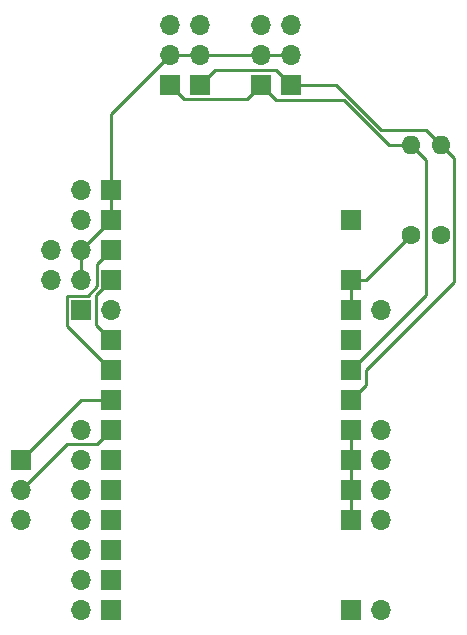
<source format=gbr>
%TF.GenerationSoftware,KiCad,Pcbnew,(6.0.5)*%
%TF.CreationDate,2022-06-01T19:50:55+01:00*%
%TF.ProjectId,OOEB-OBBB-PROJ-ARDC-SHEN-STAN-01,4f4f4542-2d4f-4424-9242-2d50524f4a2d,rev?*%
%TF.SameCoordinates,Original*%
%TF.FileFunction,Copper,L1,Top*%
%TF.FilePolarity,Positive*%
%FSLAX46Y46*%
G04 Gerber Fmt 4.6, Leading zero omitted, Abs format (unit mm)*
G04 Created by KiCad (PCBNEW (6.0.5)) date 2022-06-01 19:50:55*
%MOMM*%
%LPD*%
G01*
G04 APERTURE LIST*
%TA.AperFunction,ComponentPad*%
%ADD10R,1.700000X1.700000*%
%TD*%
%TA.AperFunction,ComponentPad*%
%ADD11C,1.600000*%
%TD*%
%TA.AperFunction,ComponentPad*%
%ADD12O,1.600000X1.600000*%
%TD*%
%TA.AperFunction,ComponentPad*%
%ADD13O,1.700000X1.700000*%
%TD*%
%TA.AperFunction,Conductor*%
%ADD14C,0.250000*%
%TD*%
G04 APERTURE END LIST*
D10*
%TO.P,5V1,1,Pin_1*%
%TO.N,+5V*%
X10160000Y3160000D03*
%TD*%
D11*
%TO.P,RSDA1,1*%
%TO.N,+5V*%
X17780000Y6970000D03*
D12*
%TO.P,RSDA1,2*%
%TO.N,Net-(A4-SDA1-Pad1)*%
X17780000Y14590000D03*
%TD*%
%TO.P,RSCL1,2*%
%TO.N,Net-(A5-SCL1-Pad1)*%
X15240000Y14590000D03*
D11*
%TO.P,RSCL1,1*%
%TO.N,+5V*%
X15240000Y6970000D03*
%TD*%
D13*
%TO.P,TX1,2,Pin_2*%
%TO.N,GND*%
X-12700000Y10780000D03*
D10*
%TO.P,TX1,1,Pin_1*%
%TO.N,+5V*%
X-10160000Y10780000D03*
%TD*%
%TO.P,SDA1,1,Pin_1*%
%TO.N,Net-(A4-SDA1-Pad1)*%
X-2635489Y19670000D03*
D13*
%TO.P,SDA1,2,Pin_2*%
%TO.N,+5V*%
X-2635489Y22210000D03*
%TO.P,SDA1,3,Pin_3*%
%TO.N,GND*%
X-2635489Y24750000D03*
%TD*%
D10*
%TO.P,SDA0,1,Pin_1*%
%TO.N,Net-(A4-SDA1-Pad1)*%
X5080000Y19670000D03*
D13*
%TO.P,SDA0,2,Pin_2*%
%TO.N,+5V*%
X5080000Y22210000D03*
%TO.P,SDA0,3,Pin_3*%
%TO.N,GND*%
X5080000Y24750000D03*
%TD*%
D10*
%TO.P,I2C0,1,Pin_1*%
%TO.N,Net-(A5-SCL1-Pad1)*%
X-5175489Y19670000D03*
D13*
%TO.P,I2C0,2,Pin_2*%
%TO.N,+5V*%
X-5175489Y22210000D03*
%TO.P,I2C0,3,Pin_3*%
%TO.N,GND*%
X-5175489Y24750000D03*
%TD*%
D10*
%TO.P,I2C1,1,Pin_1*%
%TO.N,Net-(A5-SCL1-Pad1)*%
X2540000Y19670000D03*
D13*
%TO.P,I2C1,2,Pin_2*%
%TO.N,+5V*%
X2540000Y22210000D03*
%TO.P,I2C1,3,Pin_3*%
%TO.N,GND*%
X2540000Y24750000D03*
%TD*%
D10*
%TO.P,RX0,1,Pin_1*%
%TO.N,+5V*%
X-10160000Y8240000D03*
D13*
%TO.P,RX0,2,Pin_2*%
%TO.N,GND*%
X-12700000Y8240000D03*
%TD*%
D10*
%TO.P,GND1,1,Pin_1*%
%TO.N,GND*%
X10160000Y8240000D03*
%TD*%
%TO.P,D13,1,Pin_1*%
%TO.N,+5V*%
X10160000Y-24780000D03*
D13*
%TO.P,D13,2,Pin_2*%
%TO.N,GND*%
X12700000Y-24780000D03*
%TD*%
%TO.P,D12,2,Pin_2*%
%TO.N,GND*%
X-12700000Y-24780000D03*
D10*
%TO.P,D12,1,Pin_1*%
%TO.N,+5V*%
X-10160000Y-24780000D03*
%TD*%
D13*
%TO.P,D11,2,Pin_2*%
%TO.N,GND*%
X-12700000Y-22240000D03*
D10*
%TO.P,D11,1,Pin_1*%
%TO.N,+5V*%
X-10160000Y-22240000D03*
%TD*%
D13*
%TO.P,D10,2,Pin_2*%
%TO.N,GND*%
X-12700000Y-19700000D03*
D10*
%TO.P,D10,1,Pin_1*%
%TO.N,+5V*%
X-10160000Y-19700000D03*
%TD*%
D13*
%TO.P,D9,2,Pin_2*%
%TO.N,GND*%
X-12700000Y-17160000D03*
D10*
%TO.P,D9,1,Pin_1*%
%TO.N,+5V*%
X-10160000Y-17160000D03*
%TD*%
D13*
%TO.P,D8,2,Pin_2*%
%TO.N,GND*%
X-12700000Y-14620000D03*
D10*
%TO.P,D8,1,Pin_1*%
%TO.N,+5V*%
X-10160000Y-14620000D03*
%TD*%
D13*
%TO.P,D7,2,Pin_2*%
%TO.N,GND*%
X-12700000Y-12080000D03*
D10*
%TO.P,D7,1,Pin_1*%
%TO.N,+5V*%
X-10160000Y-12080000D03*
%TD*%
D13*
%TO.P,D6,2,Pin_2*%
%TO.N,GND*%
X-12700000Y-9540000D03*
D10*
%TO.P,D6,1,Pin_1*%
%TO.N,+5V*%
X-10160000Y-9540000D03*
%TD*%
%TO.P,D5-1,1,Pin_1*%
%TO.N,Net-(D5-1-Pad1)*%
X-10160000Y-7000000D03*
%TD*%
%TO.P,D5,1,Pin_1*%
%TO.N,Net-(D5-1-Pad1)*%
X-17780000Y-12095000D03*
D13*
%TO.P,D5,2,Pin_2*%
%TO.N,+5V*%
X-17780000Y-14635000D03*
%TO.P,D5,3,Pin_3*%
%TO.N,GND*%
X-17780000Y-17175000D03*
%TD*%
D10*
%TO.P,D4-1,1,Pin_1*%
%TO.N,Net-(D4-1-Pad1)*%
X-10160000Y-4460000D03*
%TD*%
D13*
%TO.P,D4,3,Pin_3*%
%TO.N,GND*%
X-15240000Y5700000D03*
%TO.P,D4,2,Pin_2*%
%TO.N,+5V*%
X-12700000Y5700000D03*
D10*
%TO.P,D4,1,Pin_1*%
%TO.N,Net-(D4-1-Pad1)*%
X-10160000Y5700000D03*
%TD*%
%TO.P,D3-1,1,Pin_1*%
%TO.N,Net-(D3-Pad1)*%
X-10160000Y-1920000D03*
%TD*%
D13*
%TO.P,D3,3,Pin_3*%
%TO.N,GND*%
X-15240000Y3160000D03*
%TO.P,D3,2,Pin_2*%
%TO.N,+5V*%
X-12700000Y3160000D03*
D10*
%TO.P,D3,1,Pin_1*%
%TO.N,Net-(D3-Pad1)*%
X-10160000Y3160000D03*
%TD*%
D13*
%TO.P,D2,2,Pin_2*%
%TO.N,GND*%
X-10160000Y620000D03*
D10*
%TO.P,D2,1,Pin_1*%
%TO.N,+5V*%
X-12700000Y620000D03*
%TD*%
D13*
%TO.P,A7,2,Pin_2*%
%TO.N,GND*%
X12700000Y620000D03*
D10*
%TO.P,A7,1,Pin_1*%
%TO.N,+5V*%
X10160000Y620000D03*
%TD*%
%TO.P,A6-1,1,Pin_1*%
%TO.N,Net-(A6-Pad1)*%
X10160000Y-1920000D03*
%TD*%
%TO.P,A5-SCL1,1,Pin_1*%
%TO.N,Net-(A5-SCL1-Pad1)*%
X10160000Y-4460000D03*
%TD*%
%TO.P,A4-SDA1,1,Pin_1*%
%TO.N,Net-(A4-SDA1-Pad1)*%
X10160000Y-7000000D03*
%TD*%
D13*
%TO.P,A3,2,Pin_2*%
%TO.N,GND*%
X12700000Y-9540000D03*
D10*
%TO.P,A3,1,Pin_1*%
%TO.N,+5V*%
X10160000Y-9540000D03*
%TD*%
D13*
%TO.P,A2,2,Pin_2*%
%TO.N,GND*%
X12700000Y-12080000D03*
D10*
%TO.P,A2,1,Pin_1*%
%TO.N,+5V*%
X10160000Y-12080000D03*
%TD*%
D13*
%TO.P,A1,2,Pin_2*%
%TO.N,GND*%
X12700000Y-14620000D03*
D10*
%TO.P,A1,1,Pin_1*%
%TO.N,+5V*%
X10160000Y-14620000D03*
%TD*%
D13*
%TO.P,A0,2,Pin_2*%
%TO.N,GND*%
X12700000Y-17160000D03*
D10*
%TO.P,A0,1,Pin_1*%
%TO.N,+5V*%
X10160000Y-17160000D03*
%TD*%
D14*
%TO.N,+5V*%
X-11334511Y-10714511D02*
X-10160000Y-9540000D01*
X-17780000Y-14635000D02*
X-13859511Y-10714511D01*
X-13859511Y-10714511D02*
X-11334511Y-10714511D01*
%TO.N,Net-(D5-1-Pad1)*%
X-12685000Y-7000000D02*
X-17780000Y-12095000D01*
X-10160000Y-7000000D02*
X-12685000Y-7000000D01*
%TO.N,Net-(A4-SDA1-Pad1)*%
X3810000Y20940000D02*
X-1365489Y20940000D01*
X5080000Y19670000D02*
X3810000Y20940000D01*
X-1365489Y20940000D02*
X-2635489Y19670000D01*
%TO.N,+5V*%
X-5175489Y22210000D02*
X5080000Y22210000D01*
X-10160000Y17225489D02*
X-5175489Y22210000D01*
X-10160000Y10780000D02*
X-10160000Y17225489D01*
%TO.N,Net-(A5-SCL1-Pad1)*%
X3810000Y18400000D02*
X2540000Y19670000D01*
X13334283Y14590000D02*
X9524283Y18400000D01*
X9524283Y18400000D02*
X3810000Y18400000D01*
X15240000Y14590000D02*
X13334283Y14590000D01*
%TO.N,Net-(A4-SDA1-Pad1)*%
X16510000Y15860000D02*
X17780000Y14590000D01*
X12700000Y15860000D02*
X16510000Y15860000D01*
X5080000Y19670000D02*
X8890000Y19670000D01*
X8890000Y19670000D02*
X12700000Y15860000D01*
%TO.N,Net-(A5-SCL1-Pad1)*%
X-4000978Y18495489D02*
X1365489Y18495489D01*
X1365489Y18495489D02*
X2540000Y19670000D01*
X-5175489Y19670000D02*
X-4000978Y18495489D01*
%TO.N,+5V*%
X-12700000Y5700000D02*
X-12700000Y3160000D01*
X-10160000Y8240000D02*
X-12700000Y5700000D01*
%TO.N,Net-(D4-1-Pad1)*%
X-13874511Y1794511D02*
X-13874511Y-745489D01*
X-12161207Y1794511D02*
X-13874511Y1794511D01*
X-11334511Y2621207D02*
X-12161207Y1794511D01*
X-13874511Y-745489D02*
X-10160000Y-4460000D01*
X-11334511Y4525489D02*
X-11334511Y2621207D01*
X-10160000Y5700000D02*
X-11334511Y4525489D01*
%TO.N,Net-(D3-Pad1)*%
X-10160000Y-1920000D02*
X-11430000Y-650000D01*
X-11430000Y1890000D02*
X-11430000Y-650000D01*
X-10160000Y3160000D02*
X-11430000Y1890000D01*
%TO.N,+5V*%
X11430000Y3160000D02*
X15240000Y6970000D01*
X10160000Y3160000D02*
X11430000Y3160000D01*
%TO.N,Net-(A4-SDA1-Pad1)*%
X11430000Y-5730000D02*
X10160000Y-7000000D01*
X11430000Y-4460000D02*
X11430000Y-5730000D01*
X18904511Y13465489D02*
X18904511Y3014511D01*
X18904511Y3014511D02*
X11430000Y-4460000D01*
X17780000Y14590000D02*
X18904511Y13465489D01*
%TO.N,Net-(A5-SCL1-Pad1)*%
X16510000Y13320000D02*
X16510000Y1890000D01*
X16510000Y1890000D02*
X10160000Y-4460000D01*
X15240000Y14590000D02*
X16510000Y13320000D01*
%TO.N,+5V*%
X10160000Y-9540000D02*
X10160000Y-17160000D01*
X10160000Y3160000D02*
X10160000Y620000D01*
X-10160000Y10780000D02*
X-10160000Y8240000D01*
%TD*%
M02*

</source>
